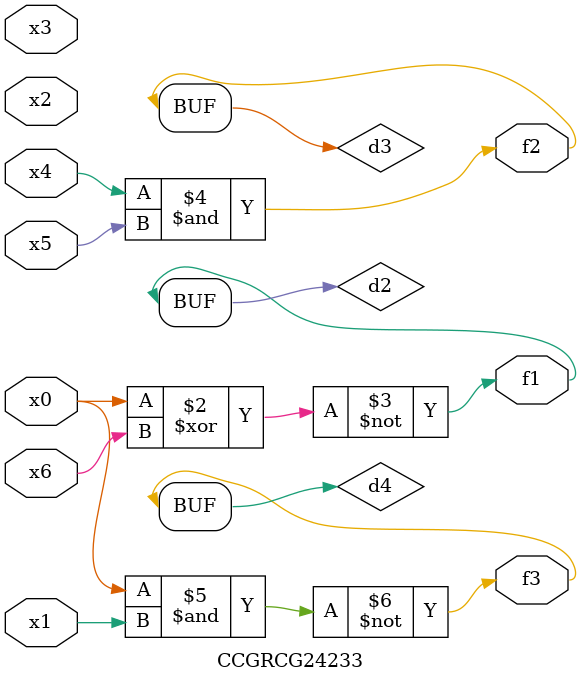
<source format=v>
module CCGRCG24233(
	input x0, x1, x2, x3, x4, x5, x6,
	output f1, f2, f3
);

	wire d1, d2, d3, d4;

	nor (d1, x0);
	xnor (d2, x0, x6);
	and (d3, x4, x5);
	nand (d4, x0, x1);
	assign f1 = d2;
	assign f2 = d3;
	assign f3 = d4;
endmodule

</source>
